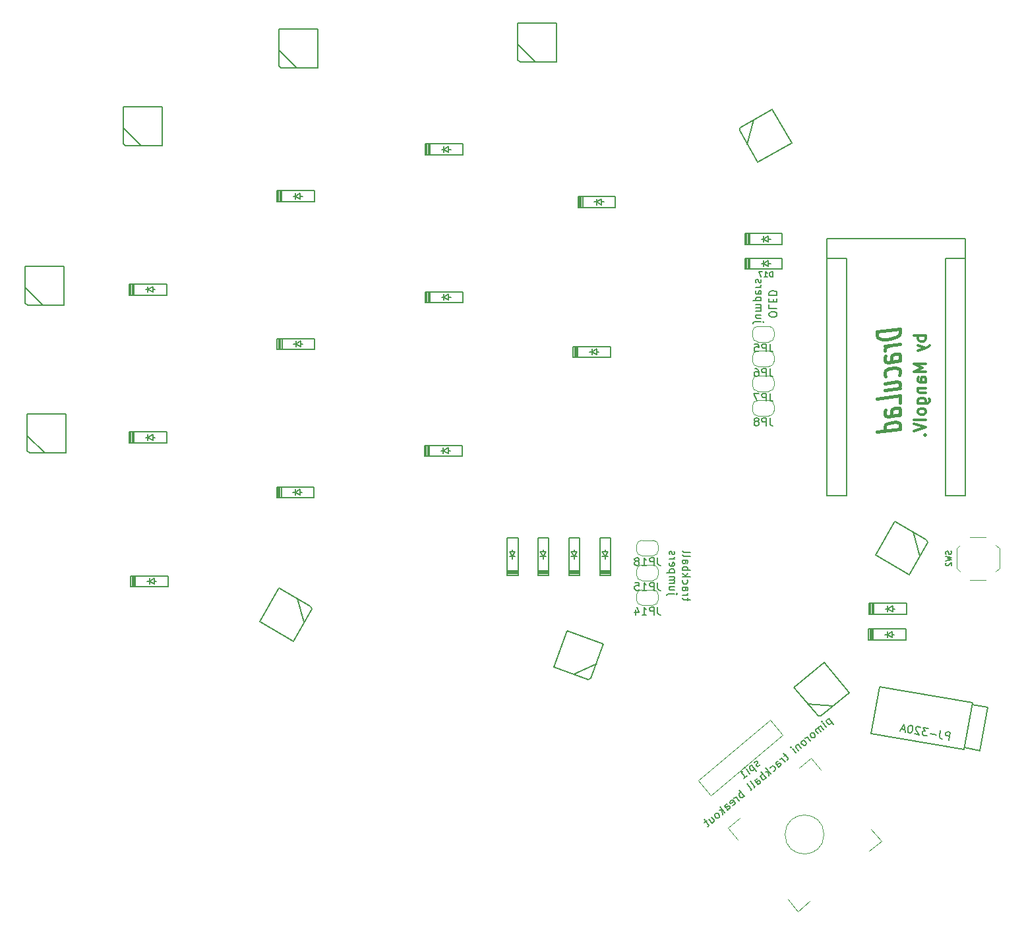
<source format=gbr>
%TF.GenerationSoftware,KiCad,Pcbnew,5.1.8*%
%TF.CreationDate,2021-01-06T22:11:09+01:00*%
%TF.ProjectId,split_3x,73706c69-745f-4337-982e-6b696361645f,rev?*%
%TF.SameCoordinates,Original*%
%TF.FileFunction,Legend,Bot*%
%TF.FilePolarity,Positive*%
%FSLAX46Y46*%
G04 Gerber Fmt 4.6, Leading zero omitted, Abs format (unit mm)*
G04 Created by KiCad (PCBNEW 5.1.8) date 2021-01-06 22:11:09*
%MOMM*%
%LPD*%
G01*
G04 APERTURE LIST*
%ADD10C,0.400000*%
%ADD11C,0.300000*%
%ADD12C,0.200000*%
%ADD13C,0.120000*%
%ADD14C,0.150000*%
G04 APERTURE END LIST*
D10*
X191857142Y-84556785D02*
X188857142Y-84931785D01*
X188857142Y-85407976D01*
X189000000Y-85675833D01*
X189285714Y-85830595D01*
X189571428Y-85890119D01*
X190142857Y-85913928D01*
X190571428Y-85860357D01*
X191142857Y-85693690D01*
X191428571Y-85562738D01*
X191714285Y-85336547D01*
X191857142Y-85032976D01*
X191857142Y-84556785D01*
X191857142Y-86556785D02*
X189857142Y-86806785D01*
X190428571Y-86735357D02*
X190142857Y-86866309D01*
X190000000Y-86979404D01*
X189857142Y-87187738D01*
X189857142Y-87378214D01*
X191857142Y-88652023D02*
X190285714Y-88848452D01*
X190000000Y-88788928D01*
X189857142Y-88616309D01*
X189857142Y-88235357D01*
X190000000Y-88027023D01*
X191714285Y-88669880D02*
X191857142Y-88461547D01*
X191857142Y-87985357D01*
X191714285Y-87812738D01*
X191428571Y-87753214D01*
X191142857Y-87788928D01*
X190857142Y-87919880D01*
X190714285Y-88128214D01*
X190714285Y-88604404D01*
X190571428Y-88812738D01*
X191714285Y-90479404D02*
X191857142Y-90271071D01*
X191857142Y-89890119D01*
X191714285Y-89717500D01*
X191571428Y-89640119D01*
X191285714Y-89580595D01*
X190428571Y-89687738D01*
X190142857Y-89818690D01*
X190000000Y-89931785D01*
X189857142Y-90140119D01*
X189857142Y-90521071D01*
X190000000Y-90693690D01*
X189857142Y-92425833D02*
X191857142Y-92175833D01*
X189857142Y-91568690D02*
X191428571Y-91372261D01*
X191714285Y-91431785D01*
X191857142Y-91604404D01*
X191857142Y-91890119D01*
X191714285Y-92098452D01*
X191571428Y-92211547D01*
X191857142Y-94080595D02*
X191857142Y-93128214D01*
X188857142Y-93503214D01*
X191857142Y-95604404D02*
X190285714Y-95800833D01*
X190000000Y-95741309D01*
X189857142Y-95568690D01*
X189857142Y-95187738D01*
X190000000Y-94979404D01*
X191714285Y-95622261D02*
X191857142Y-95413928D01*
X191857142Y-94937738D01*
X191714285Y-94765119D01*
X191428571Y-94705595D01*
X191142857Y-94741309D01*
X190857142Y-94872261D01*
X190714285Y-95080595D01*
X190714285Y-95556785D01*
X190571428Y-95765119D01*
X191857142Y-97413928D02*
X188857142Y-97788928D01*
X191714285Y-97431785D02*
X191857142Y-97223452D01*
X191857142Y-96842500D01*
X191714285Y-96669880D01*
X191571428Y-96592500D01*
X191285714Y-96532976D01*
X190428571Y-96640119D01*
X190142857Y-96771071D01*
X190000000Y-96884166D01*
X189857142Y-97092500D01*
X189857142Y-97473452D01*
X190000000Y-97646071D01*
D11*
X195147321Y-85432142D02*
X193647321Y-85432142D01*
X194218750Y-85432142D02*
X194147321Y-85575000D01*
X194147321Y-85860714D01*
X194218750Y-86003571D01*
X194290178Y-86075000D01*
X194433035Y-86146428D01*
X194861607Y-86146428D01*
X195004464Y-86075000D01*
X195075892Y-86003571D01*
X195147321Y-85860714D01*
X195147321Y-85575000D01*
X195075892Y-85432142D01*
X194147321Y-86646428D02*
X195147321Y-87003571D01*
X194147321Y-87360714D02*
X195147321Y-87003571D01*
X195504464Y-86860714D01*
X195575892Y-86789285D01*
X195647321Y-86646428D01*
X195147321Y-89075000D02*
X193647321Y-89075000D01*
X194718750Y-89575000D01*
X193647321Y-90075000D01*
X195147321Y-90075000D01*
X195147321Y-91432142D02*
X194361607Y-91432142D01*
X194218750Y-91360714D01*
X194147321Y-91217857D01*
X194147321Y-90932142D01*
X194218750Y-90789285D01*
X195075892Y-91432142D02*
X195147321Y-91289285D01*
X195147321Y-90932142D01*
X195075892Y-90789285D01*
X194933035Y-90717857D01*
X194790178Y-90717857D01*
X194647321Y-90789285D01*
X194575892Y-90932142D01*
X194575892Y-91289285D01*
X194504464Y-91432142D01*
X194147321Y-92146428D02*
X195147321Y-92146428D01*
X194290178Y-92146428D02*
X194218750Y-92217857D01*
X194147321Y-92360714D01*
X194147321Y-92575000D01*
X194218750Y-92717857D01*
X194361607Y-92789285D01*
X195147321Y-92789285D01*
X194147321Y-94146428D02*
X195361607Y-94146428D01*
X195504464Y-94075000D01*
X195575892Y-94003571D01*
X195647321Y-93860714D01*
X195647321Y-93646428D01*
X195575892Y-93503571D01*
X195075892Y-94146428D02*
X195147321Y-94003571D01*
X195147321Y-93717857D01*
X195075892Y-93575000D01*
X195004464Y-93503571D01*
X194861607Y-93432142D01*
X194433035Y-93432142D01*
X194290178Y-93503571D01*
X194218750Y-93575000D01*
X194147321Y-93717857D01*
X194147321Y-94003571D01*
X194218750Y-94146428D01*
X195147321Y-95075000D02*
X195075892Y-94932142D01*
X195004464Y-94860714D01*
X194861607Y-94789285D01*
X194433035Y-94789285D01*
X194290178Y-94860714D01*
X194218750Y-94932142D01*
X194147321Y-95075000D01*
X194147321Y-95289285D01*
X194218750Y-95432142D01*
X194290178Y-95503571D01*
X194433035Y-95575000D01*
X194861607Y-95575000D01*
X195004464Y-95503571D01*
X195075892Y-95432142D01*
X195147321Y-95289285D01*
X195147321Y-95075000D01*
X195147321Y-96217857D02*
X193647321Y-96217857D01*
X193647321Y-96717857D02*
X195147321Y-97217857D01*
X193647321Y-97717857D01*
X195004464Y-98217857D02*
X195075892Y-98289285D01*
X195147321Y-98217857D01*
X195075892Y-98146428D01*
X195004464Y-98217857D01*
X195147321Y-98217857D01*
D12*
X176022619Y-82795833D02*
X176022619Y-82605357D01*
X175975000Y-82510119D01*
X175879761Y-82414880D01*
X175689285Y-82367261D01*
X175355952Y-82367261D01*
X175165476Y-82414880D01*
X175070238Y-82510119D01*
X175022619Y-82605357D01*
X175022619Y-82795833D01*
X175070238Y-82891071D01*
X175165476Y-82986309D01*
X175355952Y-83033928D01*
X175689285Y-83033928D01*
X175879761Y-82986309D01*
X175975000Y-82891071D01*
X176022619Y-82795833D01*
X175022619Y-81462500D02*
X175022619Y-81938690D01*
X176022619Y-81938690D01*
X175546428Y-81129166D02*
X175546428Y-80795833D01*
X175022619Y-80652976D02*
X175022619Y-81129166D01*
X176022619Y-81129166D01*
X176022619Y-80652976D01*
X175022619Y-80224404D02*
X176022619Y-80224404D01*
X176022619Y-79986309D01*
X175975000Y-79843452D01*
X175879761Y-79748214D01*
X175784523Y-79700595D01*
X175594047Y-79652976D01*
X175451190Y-79652976D01*
X175260714Y-79700595D01*
X175165476Y-79748214D01*
X175070238Y-79843452D01*
X175022619Y-79986309D01*
X175022619Y-80224404D01*
X173989285Y-83676785D02*
X173132142Y-83676785D01*
X173036904Y-83724404D01*
X172989285Y-83819642D01*
X172989285Y-83867261D01*
X174322619Y-83676785D02*
X174275000Y-83724404D01*
X174227380Y-83676785D01*
X174275000Y-83629166D01*
X174322619Y-83676785D01*
X174227380Y-83676785D01*
X173989285Y-82772023D02*
X173322619Y-82772023D01*
X173989285Y-83200595D02*
X173465476Y-83200595D01*
X173370238Y-83152976D01*
X173322619Y-83057738D01*
X173322619Y-82914880D01*
X173370238Y-82819642D01*
X173417857Y-82772023D01*
X173322619Y-82295833D02*
X173989285Y-82295833D01*
X173894047Y-82295833D02*
X173941666Y-82248214D01*
X173989285Y-82152976D01*
X173989285Y-82010119D01*
X173941666Y-81914880D01*
X173846428Y-81867261D01*
X173322619Y-81867261D01*
X173846428Y-81867261D02*
X173941666Y-81819642D01*
X173989285Y-81724404D01*
X173989285Y-81581547D01*
X173941666Y-81486309D01*
X173846428Y-81438690D01*
X173322619Y-81438690D01*
X173989285Y-80962500D02*
X172989285Y-80962500D01*
X173941666Y-80962500D02*
X173989285Y-80867261D01*
X173989285Y-80676785D01*
X173941666Y-80581547D01*
X173894047Y-80533928D01*
X173798809Y-80486309D01*
X173513095Y-80486309D01*
X173417857Y-80533928D01*
X173370238Y-80581547D01*
X173322619Y-80676785D01*
X173322619Y-80867261D01*
X173370238Y-80962500D01*
X173370238Y-79676785D02*
X173322619Y-79772023D01*
X173322619Y-79962500D01*
X173370238Y-80057738D01*
X173465476Y-80105357D01*
X173846428Y-80105357D01*
X173941666Y-80057738D01*
X173989285Y-79962500D01*
X173989285Y-79772023D01*
X173941666Y-79676785D01*
X173846428Y-79629166D01*
X173751190Y-79629166D01*
X173655952Y-80105357D01*
X173322619Y-79200595D02*
X173989285Y-79200595D01*
X173798809Y-79200595D02*
X173894047Y-79152976D01*
X173941666Y-79105357D01*
X173989285Y-79010119D01*
X173989285Y-78914880D01*
X173370238Y-78629166D02*
X173322619Y-78533928D01*
X173322619Y-78343452D01*
X173370238Y-78248214D01*
X173465476Y-78200595D01*
X173513095Y-78200595D01*
X173608333Y-78248214D01*
X173655952Y-78343452D01*
X173655952Y-78486309D01*
X173703571Y-78581547D01*
X173798809Y-78629166D01*
X173846428Y-78629166D01*
X173941666Y-78581547D01*
X173989285Y-78486309D01*
X173989285Y-78343452D01*
X173941666Y-78248214D01*
X164576785Y-119482738D02*
X164576785Y-119101785D01*
X164910119Y-119339880D02*
X164052976Y-119339880D01*
X163957738Y-119292261D01*
X163910119Y-119197023D01*
X163910119Y-119101785D01*
X163910119Y-118768452D02*
X164576785Y-118768452D01*
X164386309Y-118768452D02*
X164481547Y-118720833D01*
X164529166Y-118673214D01*
X164576785Y-118577976D01*
X164576785Y-118482738D01*
X163910119Y-117720833D02*
X164433928Y-117720833D01*
X164529166Y-117768452D01*
X164576785Y-117863690D01*
X164576785Y-118054166D01*
X164529166Y-118149404D01*
X163957738Y-117720833D02*
X163910119Y-117816071D01*
X163910119Y-118054166D01*
X163957738Y-118149404D01*
X164052976Y-118197023D01*
X164148214Y-118197023D01*
X164243452Y-118149404D01*
X164291071Y-118054166D01*
X164291071Y-117816071D01*
X164338690Y-117720833D01*
X163957738Y-116816071D02*
X163910119Y-116911309D01*
X163910119Y-117101785D01*
X163957738Y-117197023D01*
X164005357Y-117244642D01*
X164100595Y-117292261D01*
X164386309Y-117292261D01*
X164481547Y-117244642D01*
X164529166Y-117197023D01*
X164576785Y-117101785D01*
X164576785Y-116911309D01*
X164529166Y-116816071D01*
X163910119Y-116387500D02*
X164910119Y-116387500D01*
X164291071Y-116292261D02*
X163910119Y-116006547D01*
X164576785Y-116006547D02*
X164195833Y-116387500D01*
X163910119Y-115577976D02*
X164910119Y-115577976D01*
X164529166Y-115577976D02*
X164576785Y-115482738D01*
X164576785Y-115292261D01*
X164529166Y-115197023D01*
X164481547Y-115149404D01*
X164386309Y-115101785D01*
X164100595Y-115101785D01*
X164005357Y-115149404D01*
X163957738Y-115197023D01*
X163910119Y-115292261D01*
X163910119Y-115482738D01*
X163957738Y-115577976D01*
X163910119Y-114244642D02*
X164433928Y-114244642D01*
X164529166Y-114292261D01*
X164576785Y-114387500D01*
X164576785Y-114577976D01*
X164529166Y-114673214D01*
X163957738Y-114244642D02*
X163910119Y-114339880D01*
X163910119Y-114577976D01*
X163957738Y-114673214D01*
X164052976Y-114720833D01*
X164148214Y-114720833D01*
X164243452Y-114673214D01*
X164291071Y-114577976D01*
X164291071Y-114339880D01*
X164338690Y-114244642D01*
X163910119Y-113625595D02*
X163957738Y-113720833D01*
X164052976Y-113768452D01*
X164910119Y-113768452D01*
X163910119Y-113101785D02*
X163957738Y-113197023D01*
X164052976Y-113244642D01*
X164910119Y-113244642D01*
X162876785Y-118601785D02*
X162019642Y-118601785D01*
X161924404Y-118649404D01*
X161876785Y-118744642D01*
X161876785Y-118792261D01*
X163210119Y-118601785D02*
X163162500Y-118649404D01*
X163114880Y-118601785D01*
X163162500Y-118554166D01*
X163210119Y-118601785D01*
X163114880Y-118601785D01*
X162876785Y-117697023D02*
X162210119Y-117697023D01*
X162876785Y-118125595D02*
X162352976Y-118125595D01*
X162257738Y-118077976D01*
X162210119Y-117982738D01*
X162210119Y-117839880D01*
X162257738Y-117744642D01*
X162305357Y-117697023D01*
X162210119Y-117220833D02*
X162876785Y-117220833D01*
X162781547Y-117220833D02*
X162829166Y-117173214D01*
X162876785Y-117077976D01*
X162876785Y-116935119D01*
X162829166Y-116839880D01*
X162733928Y-116792261D01*
X162210119Y-116792261D01*
X162733928Y-116792261D02*
X162829166Y-116744642D01*
X162876785Y-116649404D01*
X162876785Y-116506547D01*
X162829166Y-116411309D01*
X162733928Y-116363690D01*
X162210119Y-116363690D01*
X162876785Y-115887500D02*
X161876785Y-115887500D01*
X162829166Y-115887500D02*
X162876785Y-115792261D01*
X162876785Y-115601785D01*
X162829166Y-115506547D01*
X162781547Y-115458928D01*
X162686309Y-115411309D01*
X162400595Y-115411309D01*
X162305357Y-115458928D01*
X162257738Y-115506547D01*
X162210119Y-115601785D01*
X162210119Y-115792261D01*
X162257738Y-115887500D01*
X162257738Y-114601785D02*
X162210119Y-114697023D01*
X162210119Y-114887500D01*
X162257738Y-114982738D01*
X162352976Y-115030357D01*
X162733928Y-115030357D01*
X162829166Y-114982738D01*
X162876785Y-114887500D01*
X162876785Y-114697023D01*
X162829166Y-114601785D01*
X162733928Y-114554166D01*
X162638690Y-114554166D01*
X162543452Y-115030357D01*
X162210119Y-114125595D02*
X162876785Y-114125595D01*
X162686309Y-114125595D02*
X162781547Y-114077976D01*
X162829166Y-114030357D01*
X162876785Y-113935119D01*
X162876785Y-113839880D01*
X162257738Y-113554166D02*
X162210119Y-113458928D01*
X162210119Y-113268452D01*
X162257738Y-113173214D01*
X162352976Y-113125595D01*
X162400595Y-113125595D01*
X162495833Y-113173214D01*
X162543452Y-113268452D01*
X162543452Y-113411309D01*
X162591071Y-113506547D01*
X162686309Y-113554166D01*
X162733928Y-113554166D01*
X162829166Y-113506547D01*
X162876785Y-113411309D01*
X162876785Y-113268452D01*
X162829166Y-113173214D01*
D13*
%TO.C,spi1*%
X189430574Y-150375298D02*
X188144999Y-148843209D01*
X187898485Y-151660873D02*
X189430574Y-150375298D01*
X189430574Y-150375298D02*
X187898485Y-151660873D01*
X180431548Y-139650676D02*
X181717123Y-141182765D01*
X178899459Y-140936251D02*
X180431548Y-139650676D01*
X180431548Y-139650676D02*
X178899459Y-140936251D01*
X178705952Y-159374324D02*
X180238041Y-158088749D01*
X177420377Y-157842235D02*
X178705952Y-159374324D01*
X178063165Y-158608280D02*
X177420377Y-157842235D01*
X178705952Y-159374324D02*
X178063165Y-158608280D01*
X169706926Y-148649702D02*
X171239015Y-147364127D01*
X169706926Y-148649702D02*
X170992501Y-150181791D01*
X182068750Y-149512500D02*
G75*
G03*
X182068750Y-149512500I-2500000J0D01*
G01*
X175025107Y-134918826D02*
X165909178Y-142567999D01*
X165909178Y-142567999D02*
X167516147Y-144483110D01*
X167516147Y-144483110D02*
X176785285Y-136705380D01*
X176785285Y-136705380D02*
X175178316Y-134790269D01*
X175178316Y-134790269D02*
X175025107Y-134918826D01*
D12*
%TO.C,D17*%
X172325000Y-76900000D02*
X172325000Y-75500000D01*
X174925000Y-76550000D02*
X174925000Y-75800000D01*
X172525000Y-76900000D02*
X172525000Y-75500000D01*
X171925000Y-76900000D02*
X171925000Y-75500000D01*
X172125000Y-76900000D02*
X172125000Y-75500000D01*
X171925000Y-76900000D02*
X176725000Y-76900000D01*
X174325000Y-76200000D02*
X174925000Y-76550000D01*
X176725000Y-76900000D02*
X176725000Y-75500000D01*
X171925000Y-75500000D02*
X176725000Y-75500000D01*
X174325000Y-76550000D02*
X174325000Y-75800000D01*
X174325000Y-76200000D02*
X174025000Y-76200000D01*
X174925000Y-75800000D02*
X174325000Y-76200000D01*
X174925000Y-76200000D02*
X175225000Y-76200000D01*
%TO.C,D19*%
X188200000Y-124525000D02*
X188200000Y-123125000D01*
X190800000Y-124175000D02*
X190800000Y-123425000D01*
X188400000Y-124525000D02*
X188400000Y-123125000D01*
X187800000Y-124525000D02*
X187800000Y-123125000D01*
X188000000Y-124525000D02*
X188000000Y-123125000D01*
X187800000Y-124525000D02*
X192600000Y-124525000D01*
X190200000Y-123825000D02*
X190800000Y-124175000D01*
X192600000Y-124525000D02*
X192600000Y-123125000D01*
X187800000Y-123125000D02*
X192600000Y-123125000D01*
X190200000Y-124175000D02*
X190200000Y-123425000D01*
X190200000Y-123825000D02*
X189900000Y-123825000D01*
X190800000Y-123425000D02*
X190200000Y-123825000D01*
X190800000Y-123825000D02*
X191100000Y-123825000D01*
%TO.C,D18*%
X154687500Y-115806250D02*
X153287500Y-115806250D01*
X154337500Y-113206250D02*
X153587500Y-113206250D01*
X154687500Y-115606250D02*
X153287500Y-115606250D01*
X154687500Y-116206250D02*
X153287500Y-116206250D01*
X154687500Y-116006250D02*
X153287500Y-116006250D01*
X154687500Y-116206250D02*
X154687500Y-111406250D01*
X153987500Y-113806250D02*
X154337500Y-113206250D01*
X154687500Y-111406250D02*
X153287500Y-111406250D01*
X153287500Y-116206250D02*
X153287500Y-111406250D01*
X154337500Y-113806250D02*
X153587500Y-113806250D01*
X153987500Y-113806250D02*
X153987500Y-114106250D01*
X153587500Y-113206250D02*
X153987500Y-113806250D01*
X153987500Y-113206250D02*
X153987500Y-112906250D01*
%TO.C,D16*%
X172325000Y-73725000D02*
X172325000Y-72325000D01*
X174925000Y-73375000D02*
X174925000Y-72625000D01*
X172525000Y-73725000D02*
X172525000Y-72325000D01*
X171925000Y-73725000D02*
X171925000Y-72325000D01*
X172125000Y-73725000D02*
X172125000Y-72325000D01*
X171925000Y-73725000D02*
X176725000Y-73725000D01*
X174325000Y-73025000D02*
X174925000Y-73375000D01*
X176725000Y-73725000D02*
X176725000Y-72325000D01*
X171925000Y-72325000D02*
X176725000Y-72325000D01*
X174325000Y-73375000D02*
X174325000Y-72625000D01*
X174325000Y-73025000D02*
X174025000Y-73025000D01*
X174925000Y-72625000D02*
X174325000Y-73025000D01*
X174925000Y-73025000D02*
X175225000Y-73025000D01*
%TO.C,D15*%
X146750000Y-115806250D02*
X145350000Y-115806250D01*
X146400000Y-113206250D02*
X145650000Y-113206250D01*
X146750000Y-115606250D02*
X145350000Y-115606250D01*
X146750000Y-116206250D02*
X145350000Y-116206250D01*
X146750000Y-116006250D02*
X145350000Y-116006250D01*
X146750000Y-116206250D02*
X146750000Y-111406250D01*
X146050000Y-113806250D02*
X146400000Y-113206250D01*
X146750000Y-111406250D02*
X145350000Y-111406250D01*
X145350000Y-116206250D02*
X145350000Y-111406250D01*
X146400000Y-113806250D02*
X145650000Y-113806250D01*
X146050000Y-113806250D02*
X146050000Y-114106250D01*
X145650000Y-113206250D02*
X146050000Y-113806250D01*
X146050000Y-113206250D02*
X146050000Y-112906250D01*
%TO.C,D14*%
X150718750Y-115806250D02*
X149318750Y-115806250D01*
X150368750Y-113206250D02*
X149618750Y-113206250D01*
X150718750Y-115606250D02*
X149318750Y-115606250D01*
X150718750Y-116206250D02*
X149318750Y-116206250D01*
X150718750Y-116006250D02*
X149318750Y-116006250D01*
X150718750Y-116206250D02*
X150718750Y-111406250D01*
X150018750Y-113806250D02*
X150368750Y-113206250D01*
X150718750Y-111406250D02*
X149318750Y-111406250D01*
X149318750Y-116206250D02*
X149318750Y-111406250D01*
X150368750Y-113806250D02*
X149618750Y-113806250D01*
X150018750Y-113806250D02*
X150018750Y-114106250D01*
X149618750Y-113206250D02*
X150018750Y-113806250D01*
X150018750Y-113206250D02*
X150018750Y-112906250D01*
%TO.C,D13*%
X150268750Y-88212500D02*
X150268750Y-86812500D01*
X152868750Y-87862500D02*
X152868750Y-87112500D01*
X150468750Y-88212500D02*
X150468750Y-86812500D01*
X149868750Y-88212500D02*
X149868750Y-86812500D01*
X150068750Y-88212500D02*
X150068750Y-86812500D01*
X149868750Y-88212500D02*
X154668750Y-88212500D01*
X152268750Y-87512500D02*
X152868750Y-87862500D01*
X154668750Y-88212500D02*
X154668750Y-86812500D01*
X149868750Y-86812500D02*
X154668750Y-86812500D01*
X152268750Y-87862500D02*
X152268750Y-87112500D01*
X152268750Y-87512500D02*
X151968750Y-87512500D01*
X152868750Y-87112500D02*
X152268750Y-87512500D01*
X152868750Y-87512500D02*
X153168750Y-87512500D01*
%TO.C,D12*%
X150893750Y-68962500D02*
X150893750Y-67562500D01*
X153493750Y-68612500D02*
X153493750Y-67862500D01*
X151093750Y-68962500D02*
X151093750Y-67562500D01*
X150493750Y-68962500D02*
X150493750Y-67562500D01*
X150693750Y-68962500D02*
X150693750Y-67562500D01*
X150493750Y-68962500D02*
X155293750Y-68962500D01*
X152893750Y-68262500D02*
X153493750Y-68612500D01*
X155293750Y-68962500D02*
X155293750Y-67562500D01*
X150493750Y-67562500D02*
X155293750Y-67562500D01*
X152893750Y-68612500D02*
X152893750Y-67862500D01*
X152893750Y-68262500D02*
X152593750Y-68262500D01*
X153493750Y-67862500D02*
X152893750Y-68262500D01*
X153493750Y-68262500D02*
X153793750Y-68262500D01*
%TO.C,D11*%
X142781250Y-115806250D02*
X141381250Y-115806250D01*
X142431250Y-113206250D02*
X141681250Y-113206250D01*
X142781250Y-115606250D02*
X141381250Y-115606250D01*
X142781250Y-116206250D02*
X141381250Y-116206250D01*
X142781250Y-116006250D02*
X141381250Y-116006250D01*
X142781250Y-116206250D02*
X142781250Y-111406250D01*
X142081250Y-113806250D02*
X142431250Y-113206250D01*
X142781250Y-111406250D02*
X141381250Y-111406250D01*
X141381250Y-116206250D02*
X141381250Y-111406250D01*
X142431250Y-113806250D02*
X141681250Y-113806250D01*
X142081250Y-113806250D02*
X142081250Y-114106250D01*
X141681250Y-113206250D02*
X142081250Y-113806250D01*
X142081250Y-113206250D02*
X142081250Y-112906250D01*
%TO.C,D10*%
X131200000Y-100950000D02*
X131200000Y-99550000D01*
X133800000Y-100600000D02*
X133800000Y-99850000D01*
X131400000Y-100950000D02*
X131400000Y-99550000D01*
X130800000Y-100950000D02*
X130800000Y-99550000D01*
X131000000Y-100950000D02*
X131000000Y-99550000D01*
X130800000Y-100950000D02*
X135600000Y-100950000D01*
X133200000Y-100250000D02*
X133800000Y-100600000D01*
X135600000Y-100950000D02*
X135600000Y-99550000D01*
X130800000Y-99550000D02*
X135600000Y-99550000D01*
X133200000Y-100600000D02*
X133200000Y-99850000D01*
X133200000Y-100250000D02*
X132900000Y-100250000D01*
X133800000Y-99850000D02*
X133200000Y-100250000D01*
X133800000Y-100250000D02*
X134100000Y-100250000D01*
%TO.C,D9*%
X131268750Y-81212500D02*
X131268750Y-79812500D01*
X133868750Y-80862500D02*
X133868750Y-80112500D01*
X131468750Y-81212500D02*
X131468750Y-79812500D01*
X130868750Y-81212500D02*
X130868750Y-79812500D01*
X131068750Y-81212500D02*
X131068750Y-79812500D01*
X130868750Y-81212500D02*
X135668750Y-81212500D01*
X133268750Y-80512500D02*
X133868750Y-80862500D01*
X135668750Y-81212500D02*
X135668750Y-79812500D01*
X130868750Y-79812500D02*
X135668750Y-79812500D01*
X133268750Y-80862500D02*
X133268750Y-80112500D01*
X133268750Y-80512500D02*
X132968750Y-80512500D01*
X133868750Y-80112500D02*
X133268750Y-80512500D01*
X133868750Y-80512500D02*
X134168750Y-80512500D01*
%TO.C,D8*%
X131268750Y-62212500D02*
X131268750Y-60812500D01*
X133868750Y-61862500D02*
X133868750Y-61112500D01*
X131468750Y-62212500D02*
X131468750Y-60812500D01*
X130868750Y-62212500D02*
X130868750Y-60812500D01*
X131068750Y-62212500D02*
X131068750Y-60812500D01*
X130868750Y-62212500D02*
X135668750Y-62212500D01*
X133268750Y-61512500D02*
X133868750Y-61862500D01*
X135668750Y-62212500D02*
X135668750Y-60812500D01*
X130868750Y-60812500D02*
X135668750Y-60812500D01*
X133268750Y-61862500D02*
X133268750Y-61112500D01*
X133268750Y-61512500D02*
X132968750Y-61512500D01*
X133868750Y-61112500D02*
X133268750Y-61512500D01*
X133868750Y-61512500D02*
X134168750Y-61512500D01*
%TO.C,D7*%
X188268750Y-121212500D02*
X188268750Y-119812500D01*
X190868750Y-120862500D02*
X190868750Y-120112500D01*
X188468750Y-121212500D02*
X188468750Y-119812500D01*
X187868750Y-121212500D02*
X187868750Y-119812500D01*
X188068750Y-121212500D02*
X188068750Y-119812500D01*
X187868750Y-121212500D02*
X192668750Y-121212500D01*
X190268750Y-120512500D02*
X190868750Y-120862500D01*
X192668750Y-121212500D02*
X192668750Y-119812500D01*
X187868750Y-119812500D02*
X192668750Y-119812500D01*
X190268750Y-120862500D02*
X190268750Y-120112500D01*
X190268750Y-120512500D02*
X189968750Y-120512500D01*
X190868750Y-120112500D02*
X190268750Y-120512500D01*
X190868750Y-120512500D02*
X191168750Y-120512500D01*
%TO.C,D6*%
X112187500Y-106268750D02*
X112187500Y-104868750D01*
X114787500Y-105918750D02*
X114787500Y-105168750D01*
X112387500Y-106268750D02*
X112387500Y-104868750D01*
X111787500Y-106268750D02*
X111787500Y-104868750D01*
X111987500Y-106268750D02*
X111987500Y-104868750D01*
X111787500Y-106268750D02*
X116587500Y-106268750D01*
X114187500Y-105568750D02*
X114787500Y-105918750D01*
X116587500Y-106268750D02*
X116587500Y-104868750D01*
X111787500Y-104868750D02*
X116587500Y-104868750D01*
X114187500Y-105918750D02*
X114187500Y-105168750D01*
X114187500Y-105568750D02*
X113887500Y-105568750D01*
X114787500Y-105168750D02*
X114187500Y-105568750D01*
X114787500Y-105568750D02*
X115087500Y-105568750D01*
%TO.C,D5*%
X112268750Y-87212500D02*
X112268750Y-85812500D01*
X114868750Y-86862500D02*
X114868750Y-86112500D01*
X112468750Y-87212500D02*
X112468750Y-85812500D01*
X111868750Y-87212500D02*
X111868750Y-85812500D01*
X112068750Y-87212500D02*
X112068750Y-85812500D01*
X111868750Y-87212500D02*
X116668750Y-87212500D01*
X114268750Y-86512500D02*
X114868750Y-86862500D01*
X116668750Y-87212500D02*
X116668750Y-85812500D01*
X111868750Y-85812500D02*
X116668750Y-85812500D01*
X114268750Y-86862500D02*
X114268750Y-86112500D01*
X114268750Y-86512500D02*
X113968750Y-86512500D01*
X114868750Y-86112500D02*
X114268750Y-86512500D01*
X114868750Y-86512500D02*
X115168750Y-86512500D01*
%TO.C,D4*%
X112218750Y-68212500D02*
X112218750Y-66812500D01*
X114818750Y-67862500D02*
X114818750Y-67112500D01*
X112418750Y-68212500D02*
X112418750Y-66812500D01*
X111818750Y-68212500D02*
X111818750Y-66812500D01*
X112018750Y-68212500D02*
X112018750Y-66812500D01*
X111818750Y-68212500D02*
X116618750Y-68212500D01*
X114218750Y-67512500D02*
X114818750Y-67862500D01*
X116618750Y-68212500D02*
X116618750Y-66812500D01*
X111818750Y-66812500D02*
X116618750Y-66812500D01*
X114218750Y-67862500D02*
X114218750Y-67112500D01*
X114218750Y-67512500D02*
X113918750Y-67512500D01*
X114818750Y-67112500D02*
X114218750Y-67512500D01*
X114818750Y-67512500D02*
X115118750Y-67512500D01*
%TO.C,D3*%
X93450000Y-117700000D02*
X93450000Y-116300000D01*
X96050000Y-117350000D02*
X96050000Y-116600000D01*
X93650000Y-117700000D02*
X93650000Y-116300000D01*
X93050000Y-117700000D02*
X93050000Y-116300000D01*
X93250000Y-117700000D02*
X93250000Y-116300000D01*
X93050000Y-117700000D02*
X97850000Y-117700000D01*
X95450000Y-117000000D02*
X96050000Y-117350000D01*
X97850000Y-117700000D02*
X97850000Y-116300000D01*
X93050000Y-116300000D02*
X97850000Y-116300000D01*
X95450000Y-117350000D02*
X95450000Y-116600000D01*
X95450000Y-117000000D02*
X95150000Y-117000000D01*
X96050000Y-116600000D02*
X95450000Y-117000000D01*
X96050000Y-117000000D02*
X96350000Y-117000000D01*
%TO.C,D2*%
X93268750Y-99212500D02*
X93268750Y-97812500D01*
X95868750Y-98862500D02*
X95868750Y-98112500D01*
X93468750Y-99212500D02*
X93468750Y-97812500D01*
X92868750Y-99212500D02*
X92868750Y-97812500D01*
X93068750Y-99212500D02*
X93068750Y-97812500D01*
X92868750Y-99212500D02*
X97668750Y-99212500D01*
X95268750Y-98512500D02*
X95868750Y-98862500D01*
X97668750Y-99212500D02*
X97668750Y-97812500D01*
X92868750Y-97812500D02*
X97668750Y-97812500D01*
X95268750Y-98862500D02*
X95268750Y-98112500D01*
X95268750Y-98512500D02*
X94968750Y-98512500D01*
X95868750Y-98112500D02*
X95268750Y-98512500D01*
X95868750Y-98512500D02*
X96168750Y-98512500D01*
%TO.C,D1*%
X93268750Y-80212500D02*
X93268750Y-78812500D01*
X95868750Y-79862500D02*
X95868750Y-79112500D01*
X93468750Y-80212500D02*
X93468750Y-78812500D01*
X92868750Y-80212500D02*
X92868750Y-78812500D01*
X93068750Y-80212500D02*
X93068750Y-78812500D01*
X92868750Y-80212500D02*
X97668750Y-80212500D01*
X95268750Y-79512500D02*
X95868750Y-79862500D01*
X97668750Y-80212500D02*
X97668750Y-78812500D01*
X92868750Y-78812500D02*
X97668750Y-78812500D01*
X95268750Y-79862500D02*
X95268750Y-79112500D01*
X95268750Y-79512500D02*
X94968750Y-79512500D01*
X95868750Y-79112500D02*
X95268750Y-79512500D01*
X95868750Y-79512500D02*
X96168750Y-79512500D01*
D13*
%TO.C,JP18*%
X158000000Y-112412500D02*
X158000000Y-113012500D01*
X160100000Y-111712500D02*
X158700000Y-111712500D01*
X160800000Y-113012500D02*
X160800000Y-112412500D01*
X158700000Y-113712500D02*
X160100000Y-113712500D01*
X158000000Y-113012500D02*
G75*
G03*
X158700000Y-113712500I700000J0D01*
G01*
X158700000Y-111712500D02*
G75*
G03*
X158000000Y-112412500I0J-700000D01*
G01*
X160800000Y-112412500D02*
G75*
G03*
X160100000Y-111712500I-700000J0D01*
G01*
X160100000Y-113712500D02*
G75*
G03*
X160800000Y-113012500I0J700000D01*
G01*
%TO.C,JP15*%
X158000000Y-115587500D02*
X158000000Y-116187500D01*
X160100000Y-114887500D02*
X158700000Y-114887500D01*
X160800000Y-116187500D02*
X160800000Y-115587500D01*
X158700000Y-116887500D02*
X160100000Y-116887500D01*
X158000000Y-116187500D02*
G75*
G03*
X158700000Y-116887500I700000J0D01*
G01*
X158700000Y-114887500D02*
G75*
G03*
X158000000Y-115587500I0J-700000D01*
G01*
X160800000Y-115587500D02*
G75*
G03*
X160100000Y-114887500I-700000J0D01*
G01*
X160100000Y-116887500D02*
G75*
G03*
X160800000Y-116187500I0J700000D01*
G01*
%TO.C,JP14*%
X158000000Y-118762500D02*
X158000000Y-119362500D01*
X160100000Y-118062500D02*
X158700000Y-118062500D01*
X160800000Y-119362500D02*
X160800000Y-118762500D01*
X158700000Y-120062500D02*
X160100000Y-120062500D01*
X158000000Y-119362500D02*
G75*
G03*
X158700000Y-120062500I700000J0D01*
G01*
X158700000Y-118062500D02*
G75*
G03*
X158000000Y-118762500I0J-700000D01*
G01*
X160800000Y-118762500D02*
G75*
G03*
X160100000Y-118062500I-700000J0D01*
G01*
X160100000Y-120062500D02*
G75*
G03*
X160800000Y-119362500I0J700000D01*
G01*
D14*
%TO.C,U1*%
X182478750Y-105952500D02*
X182478750Y-75472500D01*
X185018750Y-105952500D02*
X182478750Y-105952500D01*
X185018750Y-75472500D02*
X185018750Y-105952500D01*
X182478750Y-75472500D02*
X185018750Y-75472500D01*
X197718750Y-105952500D02*
X197718750Y-75472500D01*
X200258750Y-105952500D02*
X197718750Y-105952500D01*
X200258750Y-75472500D02*
X200258750Y-105952500D01*
X197718750Y-75472500D02*
X200258750Y-75472500D01*
X182478750Y-105952500D02*
X182478750Y-72932500D01*
X200258750Y-72932500D02*
X200258750Y-105952500D01*
X182478750Y-72932500D02*
X200258750Y-72932500D01*
%TO.C,U2*%
X200114394Y-138372520D02*
X202084010Y-138719816D01*
X203056440Y-133204892D02*
X202084010Y-138719816D01*
X201086824Y-132857596D02*
X203056440Y-133204892D01*
X189214062Y-130510251D02*
X188154808Y-136517579D01*
X200070982Y-138618721D02*
X188154808Y-136517579D01*
X201130236Y-132611394D02*
X200070982Y-138618721D01*
X201130236Y-132611394D02*
X189214062Y-130510251D01*
D12*
%TO.C,D29*%
X188672436Y-113627564D02*
X193002564Y-116127564D01*
X191172671Y-109298311D02*
X188673311Y-113627329D01*
X195242756Y-111647436D02*
X191172436Y-109297436D01*
D14*
X193510705Y-110647436D02*
X194377564Y-113745994D01*
D12*
X195377564Y-112013943D02*
X193002564Y-116127564D01*
X195242756Y-111647436D02*
X195377564Y-112013943D01*
%TO.C,D28*%
X177915064Y-60665064D02*
X175415064Y-56334936D01*
X173585171Y-63164189D02*
X177914189Y-60664829D01*
X171234936Y-59094744D02*
X173584936Y-63165064D01*
D14*
X172234936Y-60826795D02*
X173033494Y-57709936D01*
D12*
X171301443Y-58709936D02*
X175415064Y-56334936D01*
X171234936Y-59094744D02*
X171301443Y-58709936D01*
%TO.C,D27*%
X147750000Y-45250000D02*
X142750000Y-45250000D01*
X147749360Y-50249360D02*
X147749360Y-45250640D01*
X143050000Y-50250000D02*
X147750000Y-50250000D01*
D14*
X145050000Y-50250000D02*
X142750000Y-48000000D01*
D12*
X142750000Y-50000000D02*
X142750000Y-45250000D01*
X143050000Y-50250000D02*
X142750000Y-50000000D01*
%TO.C,D26*%
X117068750Y-46012500D02*
X112068750Y-46012500D01*
X117068110Y-51011860D02*
X117068110Y-46013140D01*
X112368750Y-51012500D02*
X117068750Y-51012500D01*
D14*
X114368750Y-51012500D02*
X112068750Y-48762500D01*
D12*
X112068750Y-50762500D02*
X112068750Y-46012500D01*
X112368750Y-51012500D02*
X112068750Y-50762500D01*
%TO.C,D25*%
X97068750Y-56012500D02*
X92068750Y-56012500D01*
X97068110Y-61011860D02*
X97068110Y-56013140D01*
X92368750Y-61012500D02*
X97068750Y-61012500D01*
D14*
X94368750Y-61012500D02*
X92068750Y-58762500D01*
D12*
X92068750Y-60762500D02*
X92068750Y-56012500D01*
X92368750Y-61012500D02*
X92068750Y-60762500D01*
%TO.C,D24*%
X84500000Y-76500000D02*
X79500000Y-76500000D01*
X84499360Y-81499360D02*
X84499360Y-76500640D01*
X79800000Y-81500000D02*
X84500000Y-81500000D01*
D14*
X81800000Y-81500000D02*
X79500000Y-79250000D01*
D12*
X79500000Y-81250000D02*
X79500000Y-76500000D01*
X79800000Y-81500000D02*
X79500000Y-81250000D01*
%TO.C,D23*%
X84750000Y-95500000D02*
X79750000Y-95500000D01*
X84749360Y-100499360D02*
X84749360Y-95500640D01*
X80050000Y-100500000D02*
X84750000Y-100500000D01*
D14*
X82050000Y-100500000D02*
X79750000Y-98250000D01*
D12*
X79750000Y-100250000D02*
X79750000Y-95500000D01*
X80050000Y-100500000D02*
X79750000Y-100250000D01*
%TO.C,D22*%
X109584936Y-122165064D02*
X113915064Y-124665064D01*
X112085171Y-117835811D02*
X109585811Y-122164829D01*
X116155256Y-120184936D02*
X112084936Y-117834936D01*
D14*
X114423205Y-119184936D02*
X115290064Y-122283494D01*
D12*
X116290064Y-120551443D02*
X113915064Y-124665064D01*
X116155256Y-120184936D02*
X116290064Y-120551443D01*
%TO.C,D21*%
X149074569Y-123308218D02*
X147364468Y-128006681D01*
X153772212Y-125018701D02*
X149074951Y-123309038D01*
X152165537Y-129434874D02*
X153773032Y-125018319D01*
D14*
X152849578Y-127555489D02*
X149948623Y-128947237D01*
D12*
X151828008Y-129631277D02*
X147364468Y-128006681D01*
X152165537Y-129434874D02*
X151828008Y-129631277D01*
%TO.C,D20*%
X181690421Y-134297994D02*
X181299911Y-134299319D01*
X181299911Y-134299319D02*
X178246670Y-130660608D01*
D14*
X183222510Y-133012419D02*
X180014336Y-132767230D01*
D12*
X181690421Y-134297994D02*
X185290830Y-131276892D01*
X185289928Y-131276813D02*
X182076813Y-127447572D01*
X182076892Y-127446670D02*
X178246670Y-130660608D01*
D13*
%TO.C,SW2*%
X204143750Y-112350000D02*
X204593750Y-112800000D01*
X204143750Y-115750000D02*
X204593750Y-115300000D01*
X199543750Y-115750000D02*
X199093750Y-115300000D01*
X199543750Y-112350000D02*
X199093750Y-112800000D01*
X200843750Y-116800000D02*
X202843750Y-116800000D01*
X204593750Y-112800000D02*
X204593750Y-115300000D01*
X200843750Y-111300000D02*
X202843750Y-111300000D01*
X199093750Y-112800000D02*
X199093750Y-115300000D01*
%TO.C,JP8*%
X172887500Y-94450000D02*
X172887500Y-95050000D01*
X174987500Y-93750000D02*
X173587500Y-93750000D01*
X175687500Y-95050000D02*
X175687500Y-94450000D01*
X173587500Y-95750000D02*
X174987500Y-95750000D01*
X172887500Y-95050000D02*
G75*
G03*
X173587500Y-95750000I700000J0D01*
G01*
X173587500Y-93750000D02*
G75*
G03*
X172887500Y-94450000I0J-700000D01*
G01*
X175687500Y-94450000D02*
G75*
G03*
X174987500Y-93750000I-700000J0D01*
G01*
X174987500Y-95750000D02*
G75*
G03*
X175687500Y-95050000I0J700000D01*
G01*
%TO.C,JP7*%
X172887500Y-91275000D02*
X172887500Y-91875000D01*
X174987500Y-90575000D02*
X173587500Y-90575000D01*
X175687500Y-91875000D02*
X175687500Y-91275000D01*
X173587500Y-92575000D02*
X174987500Y-92575000D01*
X172887500Y-91875000D02*
G75*
G03*
X173587500Y-92575000I700000J0D01*
G01*
X173587500Y-90575000D02*
G75*
G03*
X172887500Y-91275000I0J-700000D01*
G01*
X175687500Y-91275000D02*
G75*
G03*
X174987500Y-90575000I-700000J0D01*
G01*
X174987500Y-92575000D02*
G75*
G03*
X175687500Y-91875000I0J700000D01*
G01*
%TO.C,JP6*%
X172887500Y-88100000D02*
X172887500Y-88700000D01*
X174987500Y-87400000D02*
X173587500Y-87400000D01*
X175687500Y-88700000D02*
X175687500Y-88100000D01*
X173587500Y-89400000D02*
X174987500Y-89400000D01*
X172887500Y-88700000D02*
G75*
G03*
X173587500Y-89400000I700000J0D01*
G01*
X173587500Y-87400000D02*
G75*
G03*
X172887500Y-88100000I0J-700000D01*
G01*
X175687500Y-88100000D02*
G75*
G03*
X174987500Y-87400000I-700000J0D01*
G01*
X174987500Y-89400000D02*
G75*
G03*
X175687500Y-88700000I0J700000D01*
G01*
%TO.C,JP5*%
X172887500Y-84925000D02*
X172887500Y-85525000D01*
X174987500Y-84225000D02*
X173587500Y-84225000D01*
X175687500Y-85525000D02*
X175687500Y-84925000D01*
X173587500Y-86225000D02*
X174987500Y-86225000D01*
X172887500Y-85525000D02*
G75*
G03*
X173587500Y-86225000I700000J0D01*
G01*
X173587500Y-84225000D02*
G75*
G03*
X172887500Y-84925000I0J-700000D01*
G01*
X175687500Y-84925000D02*
G75*
G03*
X174987500Y-84225000I-700000J0D01*
G01*
X174987500Y-86225000D02*
G75*
G03*
X175687500Y-85525000I0J700000D01*
G01*
%TO.C,spi1*%
D14*
X173816132Y-140508417D02*
X173773785Y-140606113D01*
X173627871Y-140728549D01*
X173524306Y-140753288D01*
X173426610Y-140710941D01*
X173396001Y-140674463D01*
X173371261Y-140570897D01*
X173413609Y-140473201D01*
X173523044Y-140381374D01*
X173565391Y-140283678D01*
X173540652Y-140180112D01*
X173510043Y-140143634D01*
X173412347Y-140101286D01*
X173308781Y-140126026D01*
X173199346Y-140217853D01*
X173156999Y-140315549D01*
X172761607Y-140585160D02*
X173404394Y-141351204D01*
X172792216Y-140621638D02*
X172688650Y-140646378D01*
X172542737Y-140768813D01*
X172500389Y-140866510D01*
X172494520Y-140933597D01*
X172519259Y-141037162D01*
X172702913Y-141256032D01*
X172800609Y-141298380D01*
X172867696Y-141304249D01*
X172971262Y-141279510D01*
X173117175Y-141157074D01*
X173159523Y-141059378D01*
X172497044Y-141677426D02*
X172068519Y-141166730D01*
X171854256Y-140911381D02*
X171921344Y-140917251D01*
X171915474Y-140984338D01*
X171848387Y-140978469D01*
X171854256Y-140911381D01*
X171915474Y-140984338D01*
X171730999Y-142320213D02*
X172168739Y-141952906D01*
X171949869Y-142136560D02*
X171307082Y-141370515D01*
X171471865Y-141418733D01*
X171606040Y-141430471D01*
X171709605Y-141405732D01*
X182658827Y-134630139D02*
X183301614Y-135396184D01*
X182689436Y-134666618D02*
X182585870Y-134691357D01*
X182439957Y-134813793D01*
X182397609Y-134911489D01*
X182391740Y-134978577D01*
X182416480Y-135082142D01*
X182600133Y-135301012D01*
X182697829Y-135343360D01*
X182764917Y-135349229D01*
X182868482Y-135324489D01*
X183014395Y-135202054D01*
X183056743Y-135104357D01*
X182394264Y-135722406D02*
X181965739Y-135211709D01*
X181751477Y-134956361D02*
X181818564Y-134962230D01*
X181812694Y-135029318D01*
X181745607Y-135023448D01*
X181751477Y-134956361D01*
X181812694Y-135029318D01*
X182029481Y-136028495D02*
X181600956Y-135517799D01*
X181662174Y-135590755D02*
X181595087Y-135584886D01*
X181491521Y-135609625D01*
X181382086Y-135701452D01*
X181339738Y-135799148D01*
X181364478Y-135902714D01*
X181701176Y-136303975D01*
X181364478Y-135902714D02*
X181266782Y-135860366D01*
X181163216Y-135885106D01*
X181053781Y-135976933D01*
X181011434Y-136074629D01*
X181036173Y-136178194D01*
X181372872Y-136579456D01*
X180898654Y-136977372D02*
X180941001Y-136879676D01*
X180946871Y-136812588D01*
X180922131Y-136709023D01*
X180738477Y-136490153D01*
X180640781Y-136447805D01*
X180573694Y-136441936D01*
X180470128Y-136466676D01*
X180360694Y-136558502D01*
X180318346Y-136656198D01*
X180312476Y-136723286D01*
X180337216Y-136826851D01*
X180520870Y-137045721D01*
X180618566Y-137088069D01*
X180685653Y-137093938D01*
X180789219Y-137069199D01*
X180898654Y-136977372D01*
X180315001Y-137467115D02*
X179886476Y-136956418D01*
X180008911Y-137102332D02*
X179911215Y-137059984D01*
X179844128Y-137054115D01*
X179740562Y-137078854D01*
X179667606Y-137140072D01*
X179731348Y-137956858D02*
X179773695Y-137859162D01*
X179779565Y-137792074D01*
X179754825Y-137688509D01*
X179571172Y-137469639D01*
X179473475Y-137427291D01*
X179406388Y-137421422D01*
X179302823Y-137446161D01*
X179193388Y-137537988D01*
X179151040Y-137635684D01*
X179145171Y-137702772D01*
X179169910Y-137806337D01*
X179353564Y-138025207D01*
X179451260Y-138067555D01*
X179518347Y-138073424D01*
X179621913Y-138048684D01*
X179731348Y-137956858D01*
X178719170Y-137935904D02*
X179147695Y-138446601D01*
X178780388Y-138008861D02*
X178713300Y-138002992D01*
X178609735Y-138027731D01*
X178500300Y-138119558D01*
X178457952Y-138217254D01*
X178482692Y-138320820D01*
X178819390Y-138722081D01*
X178454607Y-139028170D02*
X178026082Y-138517474D01*
X177811819Y-138262126D02*
X177878907Y-138267995D01*
X177873037Y-138335083D01*
X177805950Y-138329213D01*
X177811819Y-138262126D01*
X177873037Y-138335083D01*
X177187081Y-139221480D02*
X176895254Y-139466351D01*
X176863383Y-139057958D02*
X177414344Y-139714568D01*
X177439084Y-139818133D01*
X177396736Y-139915829D01*
X177323779Y-139977047D01*
X177068431Y-140191310D02*
X176639906Y-139680614D01*
X176762342Y-139826527D02*
X176664646Y-139784179D01*
X176597559Y-139778310D01*
X176493993Y-139803049D01*
X176421036Y-139864267D01*
X176265909Y-140864706D02*
X175929210Y-140463445D01*
X175904471Y-140359879D01*
X175946818Y-140262183D01*
X176092732Y-140139748D01*
X176196297Y-140115008D01*
X176235300Y-140828228D02*
X176338865Y-140803489D01*
X176521257Y-140650444D01*
X176563604Y-140552748D01*
X176538865Y-140449182D01*
X176477647Y-140376226D01*
X176379951Y-140333878D01*
X176276385Y-140358617D01*
X176093994Y-140511662D01*
X175990428Y-140536402D01*
X175542212Y-141409798D02*
X175645777Y-141385058D01*
X175791691Y-141262623D01*
X175834038Y-141164926D01*
X175839908Y-141097839D01*
X175815168Y-140994274D01*
X175631514Y-140775404D01*
X175533818Y-140733056D01*
X175466731Y-140727187D01*
X175363166Y-140751926D01*
X175217252Y-140874362D01*
X175174905Y-140972058D01*
X175244516Y-141721757D02*
X174601728Y-140955712D01*
X174926688Y-141491148D02*
X174952690Y-141966628D01*
X174524164Y-141455932D02*
X175060862Y-141502887D01*
X174624385Y-142242108D02*
X173981597Y-141476064D01*
X174226469Y-141767890D02*
X174122903Y-141792630D01*
X173976990Y-141915066D01*
X173934642Y-142012762D01*
X173928773Y-142079849D01*
X173953512Y-142183415D01*
X174137166Y-142402285D01*
X174234862Y-142444632D01*
X174301949Y-142450502D01*
X174405515Y-142425762D01*
X174551428Y-142303326D01*
X174593776Y-142205630D01*
X173602992Y-143099159D02*
X173266294Y-142697897D01*
X173241554Y-142594332D01*
X173283902Y-142496635D01*
X173429815Y-142374200D01*
X173533381Y-142349460D01*
X173572383Y-143062680D02*
X173675949Y-143037941D01*
X173858340Y-142884896D01*
X173900688Y-142787200D01*
X173875948Y-142683634D01*
X173814731Y-142610678D01*
X173717034Y-142568330D01*
X173613469Y-142593070D01*
X173431077Y-142746114D01*
X173327512Y-142770854D01*
X173128774Y-143497075D02*
X173171122Y-143399379D01*
X173146382Y-143295813D01*
X172595422Y-142639203D01*
X172727513Y-143833773D02*
X172769860Y-143736077D01*
X172745121Y-143632511D01*
X172194160Y-142975902D01*
X171852033Y-144568387D02*
X171209246Y-143802343D01*
X171454117Y-144094169D02*
X171350552Y-144118909D01*
X171204639Y-144241345D01*
X171162291Y-144339041D01*
X171156421Y-144406128D01*
X171181161Y-144509694D01*
X171364815Y-144728564D01*
X171462511Y-144770911D01*
X171529598Y-144776781D01*
X171633164Y-144752041D01*
X171779077Y-144629605D01*
X171821425Y-144531909D01*
X171158946Y-145149957D02*
X170730421Y-144639261D01*
X170852856Y-144785174D02*
X170755160Y-144742826D01*
X170688073Y-144736957D01*
X170584507Y-144761697D01*
X170511551Y-144822914D01*
X170362292Y-145756266D02*
X170465858Y-145731527D01*
X170611771Y-145609091D01*
X170654119Y-145511395D01*
X170629379Y-145407829D01*
X170384508Y-145116003D01*
X170286811Y-145073655D01*
X170183246Y-145098395D01*
X170037333Y-145220831D01*
X169994985Y-145318527D01*
X170019725Y-145422092D01*
X170080942Y-145495049D01*
X170506943Y-145261916D01*
X169699813Y-146374314D02*
X169363115Y-145973053D01*
X169338376Y-145869488D01*
X169380723Y-145771791D01*
X169526636Y-145649356D01*
X169630202Y-145624616D01*
X169669204Y-146337836D02*
X169772770Y-146313097D01*
X169955161Y-146160052D01*
X169997509Y-146062356D01*
X169972770Y-145958790D01*
X169911552Y-145885834D01*
X169813856Y-145843486D01*
X169710290Y-145868225D01*
X169527898Y-146021270D01*
X169424333Y-146046010D01*
X169335030Y-146680404D02*
X168692243Y-145914359D01*
X169017202Y-146449795D02*
X169043204Y-146925275D01*
X168614679Y-146414579D02*
X169151377Y-146461534D01*
X168605464Y-147292582D02*
X168647812Y-147194886D01*
X168653681Y-147127799D01*
X168628942Y-147024234D01*
X168445288Y-146805364D01*
X168347592Y-146763016D01*
X168280505Y-146757147D01*
X168176939Y-146781886D01*
X168067504Y-146873713D01*
X168025156Y-146971409D01*
X168019287Y-147038496D01*
X168044027Y-147142062D01*
X168227680Y-147360932D01*
X168325376Y-147403279D01*
X168392464Y-147409149D01*
X168496029Y-147384409D01*
X168605464Y-147292582D01*
X167264981Y-147547110D02*
X167693506Y-148057806D01*
X167593286Y-147271629D02*
X167929984Y-147672891D01*
X167954724Y-147776456D01*
X167912376Y-147874152D01*
X167802941Y-147965979D01*
X167699376Y-147990719D01*
X167632289Y-147984849D01*
X167009633Y-147761372D02*
X166717807Y-148006244D01*
X166685936Y-147597851D02*
X167236897Y-148254460D01*
X167261636Y-148358026D01*
X167219288Y-148455722D01*
X167146332Y-148516940D01*
%TO.C,D17*%
X175475000Y-77916666D02*
X175475000Y-77216666D01*
X175308333Y-77216666D01*
X175208333Y-77250000D01*
X175141666Y-77316666D01*
X175108333Y-77383333D01*
X175075000Y-77516666D01*
X175075000Y-77616666D01*
X175108333Y-77750000D01*
X175141666Y-77816666D01*
X175208333Y-77883333D01*
X175308333Y-77916666D01*
X175475000Y-77916666D01*
X174408333Y-77916666D02*
X174808333Y-77916666D01*
X174608333Y-77916666D02*
X174608333Y-77216666D01*
X174675000Y-77316666D01*
X174741666Y-77383333D01*
X174808333Y-77416666D01*
X174175000Y-77216666D02*
X173708333Y-77216666D01*
X174008333Y-77916666D01*
%TO.C,JP18*%
X160709523Y-113964880D02*
X160709523Y-114679166D01*
X160757142Y-114822023D01*
X160852380Y-114917261D01*
X160995238Y-114964880D01*
X161090476Y-114964880D01*
X160233333Y-114964880D02*
X160233333Y-113964880D01*
X159852380Y-113964880D01*
X159757142Y-114012500D01*
X159709523Y-114060119D01*
X159661904Y-114155357D01*
X159661904Y-114298214D01*
X159709523Y-114393452D01*
X159757142Y-114441071D01*
X159852380Y-114488690D01*
X160233333Y-114488690D01*
X158709523Y-114964880D02*
X159280952Y-114964880D01*
X158995238Y-114964880D02*
X158995238Y-113964880D01*
X159090476Y-114107738D01*
X159185714Y-114202976D01*
X159280952Y-114250595D01*
X158138095Y-114393452D02*
X158233333Y-114345833D01*
X158280952Y-114298214D01*
X158328571Y-114202976D01*
X158328571Y-114155357D01*
X158280952Y-114060119D01*
X158233333Y-114012500D01*
X158138095Y-113964880D01*
X157947619Y-113964880D01*
X157852380Y-114012500D01*
X157804761Y-114060119D01*
X157757142Y-114155357D01*
X157757142Y-114202976D01*
X157804761Y-114298214D01*
X157852380Y-114345833D01*
X157947619Y-114393452D01*
X158138095Y-114393452D01*
X158233333Y-114441071D01*
X158280952Y-114488690D01*
X158328571Y-114583928D01*
X158328571Y-114774404D01*
X158280952Y-114869642D01*
X158233333Y-114917261D01*
X158138095Y-114964880D01*
X157947619Y-114964880D01*
X157852380Y-114917261D01*
X157804761Y-114869642D01*
X157757142Y-114774404D01*
X157757142Y-114583928D01*
X157804761Y-114488690D01*
X157852380Y-114441071D01*
X157947619Y-114393452D01*
%TO.C,JP15*%
X160709523Y-117139880D02*
X160709523Y-117854166D01*
X160757142Y-117997023D01*
X160852380Y-118092261D01*
X160995238Y-118139880D01*
X161090476Y-118139880D01*
X160233333Y-118139880D02*
X160233333Y-117139880D01*
X159852380Y-117139880D01*
X159757142Y-117187500D01*
X159709523Y-117235119D01*
X159661904Y-117330357D01*
X159661904Y-117473214D01*
X159709523Y-117568452D01*
X159757142Y-117616071D01*
X159852380Y-117663690D01*
X160233333Y-117663690D01*
X158709523Y-118139880D02*
X159280952Y-118139880D01*
X158995238Y-118139880D02*
X158995238Y-117139880D01*
X159090476Y-117282738D01*
X159185714Y-117377976D01*
X159280952Y-117425595D01*
X157804761Y-117139880D02*
X158280952Y-117139880D01*
X158328571Y-117616071D01*
X158280952Y-117568452D01*
X158185714Y-117520833D01*
X157947619Y-117520833D01*
X157852380Y-117568452D01*
X157804761Y-117616071D01*
X157757142Y-117711309D01*
X157757142Y-117949404D01*
X157804761Y-118044642D01*
X157852380Y-118092261D01*
X157947619Y-118139880D01*
X158185714Y-118139880D01*
X158280952Y-118092261D01*
X158328571Y-118044642D01*
%TO.C,JP14*%
X160709523Y-120314880D02*
X160709523Y-121029166D01*
X160757142Y-121172023D01*
X160852380Y-121267261D01*
X160995238Y-121314880D01*
X161090476Y-121314880D01*
X160233333Y-121314880D02*
X160233333Y-120314880D01*
X159852380Y-120314880D01*
X159757142Y-120362500D01*
X159709523Y-120410119D01*
X159661904Y-120505357D01*
X159661904Y-120648214D01*
X159709523Y-120743452D01*
X159757142Y-120791071D01*
X159852380Y-120838690D01*
X160233333Y-120838690D01*
X158709523Y-121314880D02*
X159280952Y-121314880D01*
X158995238Y-121314880D02*
X158995238Y-120314880D01*
X159090476Y-120457738D01*
X159185714Y-120552976D01*
X159280952Y-120600595D01*
X157852380Y-120648214D02*
X157852380Y-121314880D01*
X158090476Y-120267261D02*
X158328571Y-120981547D01*
X157709523Y-120981547D01*
%TO.C,U2*%
X198128274Y-137364703D02*
X198301922Y-136379895D01*
X197926757Y-136313743D01*
X197824697Y-136344101D01*
X197769532Y-136382728D01*
X197706099Y-136468250D01*
X197681292Y-136608937D01*
X197711649Y-136710997D01*
X197750276Y-136766161D01*
X197835798Y-136829595D01*
X198210963Y-136895747D01*
X197035740Y-136156633D02*
X196911706Y-136860067D01*
X196933795Y-137009023D01*
X197011048Y-137119352D01*
X197143466Y-137191055D01*
X197237257Y-137207592D01*
X196459288Y-136683586D02*
X195708958Y-136551283D01*
X195441290Y-135875488D02*
X194831647Y-135767992D01*
X195093764Y-136201039D01*
X194953078Y-136176233D01*
X194851017Y-136206590D01*
X194795853Y-136245217D01*
X194732419Y-136330739D01*
X194691075Y-136565217D01*
X194721432Y-136667277D01*
X194760059Y-136722442D01*
X194845581Y-136785875D01*
X195126955Y-136835489D01*
X195229015Y-136805132D01*
X195284180Y-136766505D01*
X194439944Y-135795631D02*
X194401317Y-135740467D01*
X194315795Y-135677033D01*
X194081317Y-135635688D01*
X193979257Y-135666046D01*
X193924092Y-135704673D01*
X193860659Y-135790195D01*
X193844121Y-135883986D01*
X193866210Y-136032942D01*
X194329729Y-136694917D01*
X193720087Y-136587420D01*
X193284092Y-135495116D02*
X193190301Y-135478578D01*
X193088240Y-135508936D01*
X193033076Y-135547563D01*
X192969642Y-135633085D01*
X192889671Y-135812398D01*
X192848326Y-136046876D01*
X192862146Y-136242728D01*
X192892504Y-136344788D01*
X192931130Y-136399952D01*
X193016652Y-136463386D01*
X193110444Y-136479924D01*
X193212504Y-136449566D01*
X193267668Y-136410940D01*
X193331102Y-136325417D01*
X193411073Y-136146104D01*
X193452418Y-135911626D01*
X193438598Y-135715774D01*
X193408241Y-135613714D01*
X193369614Y-135558550D01*
X193284092Y-135495116D01*
X192456623Y-136074516D02*
X191987667Y-135991826D01*
X192500801Y-136372427D02*
X192346180Y-135329737D01*
X191844262Y-136256662D01*
%TO.C,SW2*%
X198377083Y-113116666D02*
X198410416Y-113216666D01*
X198410416Y-113383333D01*
X198377083Y-113450000D01*
X198343750Y-113483333D01*
X198277083Y-113516666D01*
X198210416Y-113516666D01*
X198143750Y-113483333D01*
X198110416Y-113450000D01*
X198077083Y-113383333D01*
X198043750Y-113250000D01*
X198010416Y-113183333D01*
X197977083Y-113150000D01*
X197910416Y-113116666D01*
X197843750Y-113116666D01*
X197777083Y-113150000D01*
X197743750Y-113183333D01*
X197710416Y-113250000D01*
X197710416Y-113416666D01*
X197743750Y-113516666D01*
X197710416Y-113750000D02*
X198410416Y-113916666D01*
X197910416Y-114050000D01*
X198410416Y-114183333D01*
X197710416Y-114350000D01*
X197777083Y-114583333D02*
X197743750Y-114616666D01*
X197710416Y-114683333D01*
X197710416Y-114850000D01*
X197743750Y-114916666D01*
X197777083Y-114950000D01*
X197843750Y-114983333D01*
X197910416Y-114983333D01*
X198010416Y-114950000D01*
X198410416Y-114550000D01*
X198410416Y-114983333D01*
%TO.C,JP8*%
X175120833Y-96002380D02*
X175120833Y-96716666D01*
X175168452Y-96859523D01*
X175263690Y-96954761D01*
X175406547Y-97002380D01*
X175501785Y-97002380D01*
X174644642Y-97002380D02*
X174644642Y-96002380D01*
X174263690Y-96002380D01*
X174168452Y-96050000D01*
X174120833Y-96097619D01*
X174073214Y-96192857D01*
X174073214Y-96335714D01*
X174120833Y-96430952D01*
X174168452Y-96478571D01*
X174263690Y-96526190D01*
X174644642Y-96526190D01*
X173501785Y-96430952D02*
X173597023Y-96383333D01*
X173644642Y-96335714D01*
X173692261Y-96240476D01*
X173692261Y-96192857D01*
X173644642Y-96097619D01*
X173597023Y-96050000D01*
X173501785Y-96002380D01*
X173311309Y-96002380D01*
X173216071Y-96050000D01*
X173168452Y-96097619D01*
X173120833Y-96192857D01*
X173120833Y-96240476D01*
X173168452Y-96335714D01*
X173216071Y-96383333D01*
X173311309Y-96430952D01*
X173501785Y-96430952D01*
X173597023Y-96478571D01*
X173644642Y-96526190D01*
X173692261Y-96621428D01*
X173692261Y-96811904D01*
X173644642Y-96907142D01*
X173597023Y-96954761D01*
X173501785Y-97002380D01*
X173311309Y-97002380D01*
X173216071Y-96954761D01*
X173168452Y-96907142D01*
X173120833Y-96811904D01*
X173120833Y-96621428D01*
X173168452Y-96526190D01*
X173216071Y-96478571D01*
X173311309Y-96430952D01*
%TO.C,JP7*%
X175120833Y-92827380D02*
X175120833Y-93541666D01*
X175168452Y-93684523D01*
X175263690Y-93779761D01*
X175406547Y-93827380D01*
X175501785Y-93827380D01*
X174644642Y-93827380D02*
X174644642Y-92827380D01*
X174263690Y-92827380D01*
X174168452Y-92875000D01*
X174120833Y-92922619D01*
X174073214Y-93017857D01*
X174073214Y-93160714D01*
X174120833Y-93255952D01*
X174168452Y-93303571D01*
X174263690Y-93351190D01*
X174644642Y-93351190D01*
X173739880Y-92827380D02*
X173073214Y-92827380D01*
X173501785Y-93827380D01*
%TO.C,JP6*%
X175120833Y-89652380D02*
X175120833Y-90366666D01*
X175168452Y-90509523D01*
X175263690Y-90604761D01*
X175406547Y-90652380D01*
X175501785Y-90652380D01*
X174644642Y-90652380D02*
X174644642Y-89652380D01*
X174263690Y-89652380D01*
X174168452Y-89700000D01*
X174120833Y-89747619D01*
X174073214Y-89842857D01*
X174073214Y-89985714D01*
X174120833Y-90080952D01*
X174168452Y-90128571D01*
X174263690Y-90176190D01*
X174644642Y-90176190D01*
X173216071Y-89652380D02*
X173406547Y-89652380D01*
X173501785Y-89700000D01*
X173549404Y-89747619D01*
X173644642Y-89890476D01*
X173692261Y-90080952D01*
X173692261Y-90461904D01*
X173644642Y-90557142D01*
X173597023Y-90604761D01*
X173501785Y-90652380D01*
X173311309Y-90652380D01*
X173216071Y-90604761D01*
X173168452Y-90557142D01*
X173120833Y-90461904D01*
X173120833Y-90223809D01*
X173168452Y-90128571D01*
X173216071Y-90080952D01*
X173311309Y-90033333D01*
X173501785Y-90033333D01*
X173597023Y-90080952D01*
X173644642Y-90128571D01*
X173692261Y-90223809D01*
%TO.C,JP5*%
X175120833Y-86477380D02*
X175120833Y-87191666D01*
X175168452Y-87334523D01*
X175263690Y-87429761D01*
X175406547Y-87477380D01*
X175501785Y-87477380D01*
X174644642Y-87477380D02*
X174644642Y-86477380D01*
X174263690Y-86477380D01*
X174168452Y-86525000D01*
X174120833Y-86572619D01*
X174073214Y-86667857D01*
X174073214Y-86810714D01*
X174120833Y-86905952D01*
X174168452Y-86953571D01*
X174263690Y-87001190D01*
X174644642Y-87001190D01*
X173168452Y-86477380D02*
X173644642Y-86477380D01*
X173692261Y-86953571D01*
X173644642Y-86905952D01*
X173549404Y-86858333D01*
X173311309Y-86858333D01*
X173216071Y-86905952D01*
X173168452Y-86953571D01*
X173120833Y-87048809D01*
X173120833Y-87286904D01*
X173168452Y-87382142D01*
X173216071Y-87429761D01*
X173311309Y-87477380D01*
X173549404Y-87477380D01*
X173644642Y-87429761D01*
X173692261Y-87382142D01*
%TD*%
M02*

</source>
